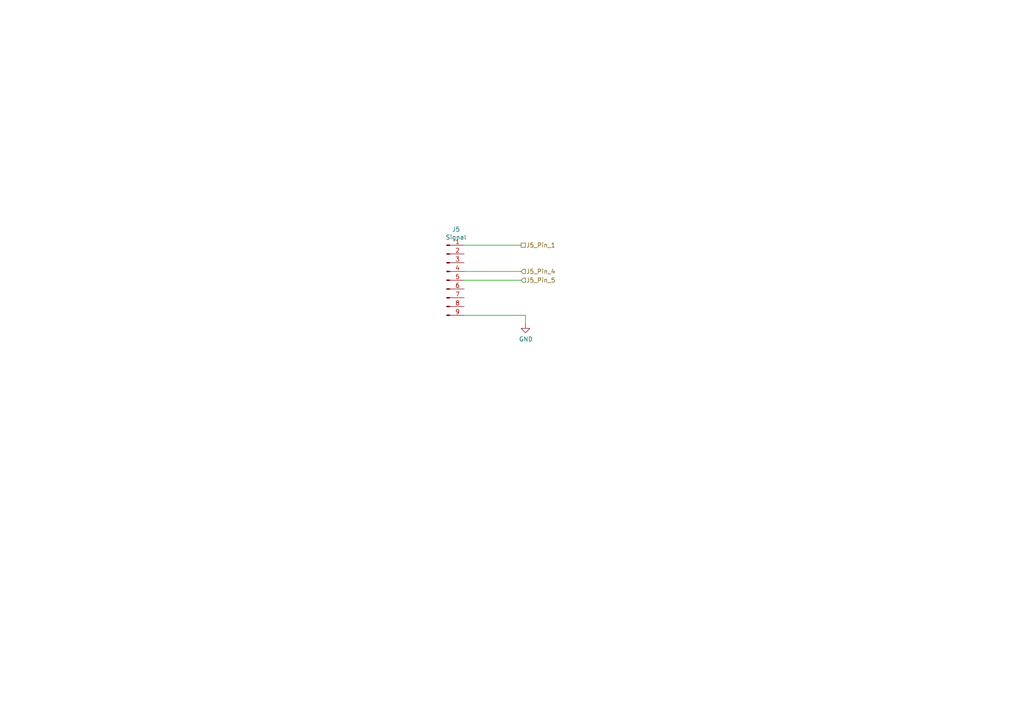
<source format=kicad_sch>
(kicad_sch (version 20211123) (generator eeschema)
  (paper "A4")
  (title_block (title "Project Mowgli") (date "2022-05-22") (rev "1.0.1") (comment 1 "(c) CyberNet / cn@warp.at") (comment 2 "https://github.com/cloudn1ne/Mowgli"))
  (lib_symbols
    (symbol "Connector:Conn_01x09_Male" (pin_names (offset 1.016) hide)
      (property "Reference" "J" (at 0 12.7 0))
      (property "Value" "Conn_01x09_Male" (at 0 -12.7 0))
      (symbol "Conn_01x09_Male_1_1"
        (polyline (pts (xy 1.27 -10.16) (xy 0.8636 -10.16)) (stroke (width 0.1524)))
        (polyline (pts (xy 1.27 -7.62) (xy 0.8636 -7.62)) (stroke (width 0.1524)))
        (polyline (pts (xy 1.27 -5.08) (xy 0.8636 -5.08)) (stroke (width 0.1524)))
        (polyline (pts (xy 1.27 -2.54) (xy 0.8636 -2.54)) (stroke (width 0.1524)))
        (polyline (pts (xy 1.27 0) (xy 0.8636 0)) (stroke (width 0.1524)))
        (polyline (pts (xy 1.27 2.54) (xy 0.8636 2.54)) (stroke (width 0.1524)))
        (polyline (pts (xy 1.27 5.08) (xy 0.8636 5.08)) (stroke (width 0.1524)))
        (polyline (pts (xy 1.27 7.62) (xy 0.8636 7.62)) (stroke (width 0.1524)))
        (polyline (pts (xy 1.27 10.16) (xy 0.8636 10.16)) (stroke (width 0.1524)))
        (rectangle (start 0.8636 -10.033) (end 0 -10.287) (stroke (width 0.1524)) (fill (type outline)))
        (rectangle (start 0.8636 -7.493) (end 0 -7.747) (stroke (width 0.1524)) (fill (type outline)))
        (rectangle (start 0.8636 -4.953) (end 0 -5.207) (stroke (width 0.1524)) (fill (type outline)))
        (rectangle (start 0.8636 -2.413) (end 0 -2.667) (stroke (width 0.1524)) (fill (type outline)))
        (rectangle (start 0.8636 0.127) (end 0 -0.127) (stroke (width 0.1524)) (fill (type outline)))
        (rectangle (start 0.8636 2.667) (end 0 2.413) (stroke (width 0.1524)) (fill (type outline)))
        (rectangle (start 0.8636 5.207) (end 0 4.953) (stroke (width 0.1524)) (fill (type outline)))
        (rectangle (start 0.8636 7.747) (end 0 7.493) (stroke (width 0.1524)) (fill (type outline)))
        (rectangle (start 0.8636 10.287) (end 0 10.033) (stroke (width 0.1524)) (fill (type outline)))
        (pin passive line (at 5.08 10.16 180) (length 3.81) (name "Pin_1") (number "1"))
        (pin passive line (at 5.08 7.62 180) (length 3.81) (name "Pin_2") (number "2"))
        (pin passive line (at 5.08 5.08 180) (length 3.81) (name "Pin_3") (number "3"))
        (pin passive line (at 5.08 2.54 180) (length 3.81) (name "Pin_4") (number "4"))
        (pin passive line (at 5.08 0 180) (length 3.81) (name "Pin_5") (number "5"))
        (pin passive line (at 5.08 -2.54 180) (length 3.81) (name "Pin_6") (number "6"))
        (pin passive line (at 5.08 -5.08 180) (length 3.81) (name "Pin_7") (number "7"))
        (pin passive line (at 5.08 -7.62 180) (length 3.81) (name "Pin_8") (number "8"))
        (pin passive line (at 5.08 -10.16 180) (length 3.81) (name "Pin_9") (number "9"))
      )
    )
    (symbol "power:GND" (power) (pin_names (offset 0))
      (property "Value" "GND" (at 0 -3.81 0))
      (symbol "GND_0_1"
        (polyline (pts (xy 0 0) (xy 0 -1.27) (xy 1.27 -1.27) (xy 0 -2.54) (xy -1.27 -1.27) (xy 0 -1.27)))
      )
      (symbol "GND_1_1"
        (pin power_in line (at 0 0 270) (length 0) hide (name "GND") (number "1"))
      )
    )
  )
  (wire (pts (xy 134.62 91.44) (xy 152.4 91.44)))
  (wire (pts (xy 134.62 81.28) (xy 151.13 81.28)))
  (wire (pts (xy 151.13 78.74) (xy 134.62 78.74)))
  (wire (pts (xy 152.4 91.44) (xy 152.4 93.98)))
  (wire (pts (xy 151.13 71.12) (xy 134.62 71.12)))
  (hierarchical_label "J5_Pin_1" (shape passive) (at 151.13 71.12 0))
  (hierarchical_label "J5_Pin_5" (shape input) (at 151.13 81.28 0))
  (hierarchical_label "J5_Pin_4" (shape input) (at 151.13 78.74 0))
  (symbol (lib_id "Connector:Conn_01x09_Male") (at 129.54 81.28 0) (unit 1)
    (property "Reference" "J5" (at 132.2832 66.5226 0))
    (property "Value" "Signal" (at 132.2832 68.834 0))
  )
  (symbol (lib_id "power:GND") (at 152.4 93.98 0) (unit 1)
    (property "Reference" "#PWR0110" (effects hide))
    (property "Value" "GND" (at 152.527 98.3742 0))
  )
)
</source>
